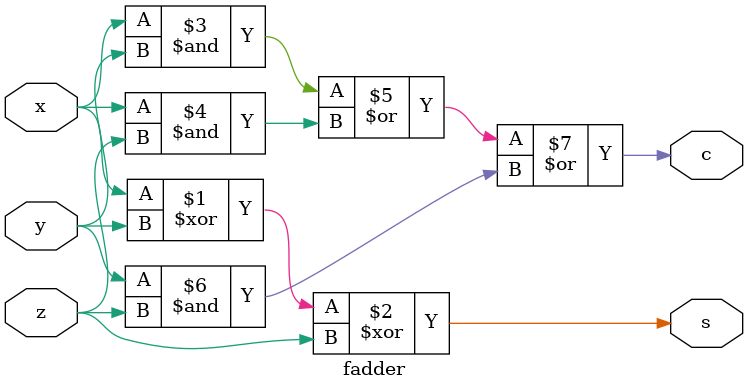
<source format=v>
`timescale 1ns / 1ps


module fadder(x, y, z, s, c);
    input x, y, z;
    output s, c;
    
    assign s = x ^ y ^ z;
    assign c = (x & y) | (x & z) | (y & z);
endmodule

</source>
